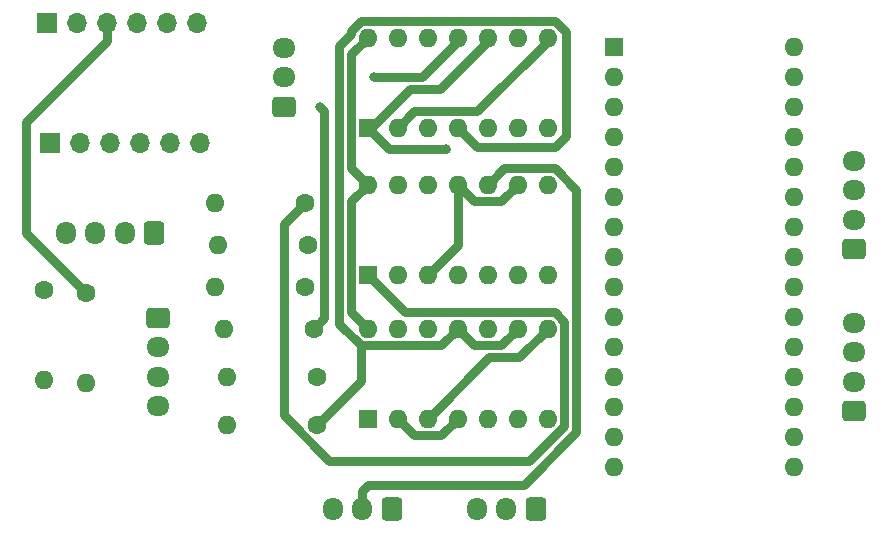
<source format=gbr>
%TF.GenerationSoftware,KiCad,Pcbnew,(7.0.0)*%
%TF.CreationDate,2023-07-11T22:52:13+02:00*%
%TF.ProjectId,newPCB,6e657750-4342-42e6-9b69-6361645f7063,rev?*%
%TF.SameCoordinates,Original*%
%TF.FileFunction,Copper,L2,Bot*%
%TF.FilePolarity,Positive*%
%FSLAX46Y46*%
G04 Gerber Fmt 4.6, Leading zero omitted, Abs format (unit mm)*
G04 Created by KiCad (PCBNEW (7.0.0)) date 2023-07-11 22:52:13*
%MOMM*%
%LPD*%
G01*
G04 APERTURE LIST*
G04 Aperture macros list*
%AMRoundRect*
0 Rectangle with rounded corners*
0 $1 Rounding radius*
0 $2 $3 $4 $5 $6 $7 $8 $9 X,Y pos of 4 corners*
0 Add a 4 corners polygon primitive as box body*
4,1,4,$2,$3,$4,$5,$6,$7,$8,$9,$2,$3,0*
0 Add four circle primitives for the rounded corners*
1,1,$1+$1,$2,$3*
1,1,$1+$1,$4,$5*
1,1,$1+$1,$6,$7*
1,1,$1+$1,$8,$9*
0 Add four rect primitives between the rounded corners*
20,1,$1+$1,$2,$3,$4,$5,0*
20,1,$1+$1,$4,$5,$6,$7,0*
20,1,$1+$1,$6,$7,$8,$9,0*
20,1,$1+$1,$8,$9,$2,$3,0*%
G04 Aperture macros list end*
%TA.AperFunction,ComponentPad*%
%ADD10RoundRect,0.250000X0.725000X-0.600000X0.725000X0.600000X-0.725000X0.600000X-0.725000X-0.600000X0*%
%TD*%
%TA.AperFunction,ComponentPad*%
%ADD11O,1.950000X1.700000*%
%TD*%
%TA.AperFunction,ComponentPad*%
%ADD12R,1.600000X1.600000*%
%TD*%
%TA.AperFunction,ComponentPad*%
%ADD13O,1.600000X1.600000*%
%TD*%
%TA.AperFunction,ComponentPad*%
%ADD14C,1.600000*%
%TD*%
%TA.AperFunction,ComponentPad*%
%ADD15R,1.700000X1.700000*%
%TD*%
%TA.AperFunction,ComponentPad*%
%ADD16O,1.700000X1.700000*%
%TD*%
%TA.AperFunction,ComponentPad*%
%ADD17RoundRect,0.250000X-0.725000X0.600000X-0.725000X-0.600000X0.725000X-0.600000X0.725000X0.600000X0*%
%TD*%
%TA.AperFunction,ComponentPad*%
%ADD18RoundRect,0.250000X0.600000X0.725000X-0.600000X0.725000X-0.600000X-0.725000X0.600000X-0.725000X0*%
%TD*%
%TA.AperFunction,ComponentPad*%
%ADD19O,1.700000X1.950000*%
%TD*%
%TA.AperFunction,ViaPad*%
%ADD20C,0.800000*%
%TD*%
%TA.AperFunction,Conductor*%
%ADD21C,0.800000*%
%TD*%
G04 APERTURE END LIST*
D10*
%TO.P,J9,1,Pin_1*%
%TO.N,Net-(A1-A0)*%
X213868000Y-108084000D03*
D11*
%TO.P,J9,2,Pin_2*%
%TO.N,Net-(A1-A1)*%
X213867999Y-105583999D03*
%TO.P,J9,3,Pin_3*%
%TO.N,Net-(A1-A2)*%
X213867999Y-103083999D03*
%TO.P,J9,4,Pin_4*%
%TO.N,Net-(A1-A3)*%
X213867999Y-100583999D03*
%TD*%
D10*
%TO.P,J1,1,Pin_1*%
%TO.N,Net-(A1-A4)*%
X213868000Y-94368000D03*
D11*
%TO.P,J1,2,Pin_2*%
%TO.N,Net-(A1-A5)*%
X213867999Y-91867999D03*
%TO.P,J1,3,Pin_3*%
%TO.N,Net-(A1-A6)*%
X213867999Y-89367999D03*
%TO.P,J1,4,Pin_4*%
%TO.N,Net-(A1-A7)*%
X213867999Y-86867999D03*
%TD*%
D12*
%TO.P,U1,1,in/out_A*%
%TO.N,5*%
X172719999Y-84063999D03*
D13*
%TO.P,U1,2,in/out_A*%
%TO.N,17*%
X175259999Y-84063999D03*
%TO.P,U1,3,in/out_B*%
%TO.N,4*%
X177799999Y-84063999D03*
%TO.P,U1,4,in/out_B*%
%TO.N,19*%
X180339999Y-84063999D03*
%TO.P,U1,5,Control_B*%
%TO.N,B*%
X182879999Y-84063999D03*
%TO.P,U1,6,Control_C*%
%TO.N,C*%
X185419999Y-84063999D03*
%TO.P,U1,7,Vss*%
%TO.N,11*%
X187959999Y-84063999D03*
%TO.P,U1,8,in/out_C*%
%TO.N,17*%
X187959999Y-76443999D03*
%TO.P,U1,9,in/out_C*%
%TO.N,4*%
X185419999Y-76443999D03*
%TO.P,U1,10,in/out_D*%
%TO.N,5*%
X182879999Y-76443999D03*
%TO.P,U1,11,in/out_D*%
%TO.N,4*%
X180339999Y-76443999D03*
%TO.P,U1,12,Control_D*%
%TO.N,D*%
X177799999Y-76443999D03*
%TO.P,U1,13,Control_A*%
%TO.N,A*%
X175259999Y-76443999D03*
%TO.P,U1,14,Vdd*%
%TO.N,+5V*%
X172719999Y-76443999D03*
%TD*%
D14*
%TO.P,R3,1*%
%TO.N,17*%
X168148000Y-101092000D03*
D13*
%TO.P,R3,2*%
%TO.N,11*%
X160527999Y-101091999D03*
%TD*%
D15*
%TO.P,J3,1,Pin_1*%
%TO.N,8*%
X145541999Y-75183999D03*
D16*
%TO.P,J3,2,Pin_2*%
%TO.N,13*%
X148081999Y-75183999D03*
%TO.P,J3,3,Pin_3*%
%TO.N,14*%
X150621999Y-75183999D03*
%TO.P,J3,4,Pin_4*%
%TO.N,11*%
X153161999Y-75183999D03*
%TO.P,J3,5*%
%TO.N,N/C*%
X155701999Y-75183999D03*
%TO.P,J3,6*%
X158241999Y-75183999D03*
%TD*%
D14*
%TO.P,R2,1*%
%TO.N,18*%
X168402000Y-105156000D03*
D13*
%TO.P,R2,2*%
%TO.N,11*%
X160781999Y-105155999D03*
%TD*%
D10*
%TO.P,J7,1,Pin_1*%
%TO.N,3*%
X165608000Y-82296000D03*
D11*
%TO.P,J7,2,Pin_2*%
%TO.N,4*%
X165607999Y-79795999D03*
%TO.P,J7,3,Pin_3*%
%TO.N,5*%
X165607999Y-77295999D03*
%TD*%
D17*
%TO.P,J5,1,Pin_1*%
%TO.N,14*%
X154940000Y-100156000D03*
D11*
%TO.P,J5,2,Pin_2*%
%TO.N,13*%
X154939999Y-102655999D03*
%TO.P,J5,3,Pin_3*%
%TO.N,8*%
X154939999Y-105155999D03*
%TO.P,J5,4,Pin_4*%
%TO.N,11*%
X154939999Y-107655999D03*
%TD*%
D14*
%TO.P,R4,1*%
%TO.N,5*%
X167386000Y-97536000D03*
D13*
%TO.P,R4,2*%
%TO.N,11*%
X159765999Y-97535999D03*
%TD*%
D14*
%TO.P,R7,1*%
%TO.N,14*%
X148844000Y-98044000D03*
D13*
%TO.P,R7,2*%
%TO.N,8*%
X148843999Y-105663999D03*
%TD*%
%TO.P,U2,14,Vdd*%
%TO.N,+5V*%
X172719999Y-88899999D03*
%TO.P,U2,13,Control_A*%
%TO.N,A'*%
X175259999Y-88899999D03*
%TO.P,U2,12,Control_D*%
%TO.N,D'*%
X177799999Y-88899999D03*
%TO.P,U2,11,in/out_D*%
%TO.N,3*%
X180339999Y-88899999D03*
%TO.P,U2,10,in/out_D*%
%TO.N,18*%
X182879999Y-88899999D03*
%TO.P,U2,9,in/out_C*%
%TO.N,3*%
X185419999Y-88899999D03*
%TO.P,U2,8,in/out_C*%
%TO.N,5*%
X187959999Y-88899999D03*
%TO.P,U2,7,Vss*%
%TO.N,11*%
X187959999Y-96519999D03*
%TO.P,U2,6,Control_C*%
%TO.N,C'*%
X185419999Y-96519999D03*
%TO.P,U2,5,Control_B*%
%TO.N,B'*%
X182879999Y-96519999D03*
%TO.P,U2,4,in/out_B*%
%TO.N,17*%
X180339999Y-96519999D03*
%TO.P,U2,3,in/out_B*%
%TO.N,3*%
X177799999Y-96519999D03*
%TO.P,U2,2,in/out_A*%
%TO.N,4*%
X175259999Y-96519999D03*
D12*
%TO.P,U2,1,in/out_A*%
%TO.N,3*%
X172719999Y-96519999D03*
%TD*%
%TO.P,A1,1,D1/TX*%
%TO.N,D*%
X193547999Y-77215999D03*
D13*
%TO.P,A1,2,D0/RX*%
%TO.N,A*%
X193547999Y-79755999D03*
%TO.P,A1,3,~{RESET}*%
%TO.N,unconnected-(A1-~{RESET}-Pad3)*%
X193547999Y-82295999D03*
%TO.P,A1,4,GND*%
%TO.N,11*%
X193547999Y-84835999D03*
%TO.P,A1,5,D2*%
%TO.N,C*%
X193547999Y-87375999D03*
%TO.P,A1,6,D3*%
%TO.N,B*%
X193547999Y-89915999D03*
%TO.P,A1,7,D4*%
%TO.N,D'*%
X193547999Y-92455999D03*
%TO.P,A1,8,D5*%
%TO.N,A'*%
X193547999Y-94995999D03*
%TO.P,A1,9,D6*%
%TO.N,C'*%
X193547999Y-97535999D03*
%TO.P,A1,10,D7*%
%TO.N,B'*%
X193547999Y-100075999D03*
%TO.P,A1,11,D8*%
%TO.N,D''*%
X193547999Y-102615999D03*
%TO.P,A1,12,D9*%
%TO.N,A''*%
X193547999Y-105155999D03*
%TO.P,A1,13,D10*%
%TO.N,C''*%
X193547999Y-107695999D03*
%TO.P,A1,14,D11*%
%TO.N,B''*%
X193547999Y-110235999D03*
%TO.P,A1,15,D12*%
%TO.N,20*%
X193547999Y-112775999D03*
%TO.P,A1,16,D13*%
%TO.N,2*%
X208787999Y-112775999D03*
%TO.P,A1,17,3V3*%
%TO.N,unconnected-(A1-3V3-Pad17)*%
X208787999Y-110235999D03*
%TO.P,A1,18,AREF*%
%TO.N,unconnected-(A1-AREF-Pad18)*%
X208787999Y-107695999D03*
%TO.P,A1,19,A0*%
%TO.N,Net-(A1-A0)*%
X208787999Y-105155999D03*
%TO.P,A1,20,A1*%
%TO.N,Net-(A1-A1)*%
X208787999Y-102615999D03*
%TO.P,A1,21,A2*%
%TO.N,Net-(A1-A2)*%
X208787999Y-100075999D03*
%TO.P,A1,22,A3*%
%TO.N,Net-(A1-A3)*%
X208787999Y-97535999D03*
%TO.P,A1,23,A4*%
%TO.N,Net-(A1-A4)*%
X208787999Y-94995999D03*
%TO.P,A1,24,A5*%
%TO.N,Net-(A1-A5)*%
X208787999Y-92455999D03*
%TO.P,A1,25,A6*%
%TO.N,Net-(A1-A6)*%
X208787999Y-89915999D03*
%TO.P,A1,26,A7*%
%TO.N,Net-(A1-A7)*%
X208787999Y-87375999D03*
%TO.P,A1,27,+5V*%
%TO.N,+5V*%
X208787999Y-84835999D03*
%TO.P,A1,28,~{RESET}*%
%TO.N,unconnected-(A1-~{RESET}-Pad28)*%
X208787999Y-82295999D03*
%TO.P,A1,29,GND*%
%TO.N,11*%
X208787999Y-79755999D03*
%TO.P,A1,30,VIN*%
%TO.N,unconnected-(A1-VIN-Pad30)*%
X208787999Y-77215999D03*
%TD*%
D14*
%TO.P,R6,1*%
%TO.N,3*%
X167386000Y-90424000D03*
D13*
%TO.P,R6,2*%
%TO.N,11*%
X159765999Y-90423999D03*
%TD*%
D14*
%TO.P,R1,1*%
%TO.N,19*%
X168402000Y-109220000D03*
D13*
%TO.P,R1,2*%
%TO.N,11*%
X160781999Y-109219999D03*
%TD*%
D18*
%TO.P,J4,1,Pin_1*%
%TO.N,3V3*%
X154626000Y-92981000D03*
D19*
%TO.P,J4,2,Pin_2*%
%TO.N,SDA2*%
X152125999Y-92980999D03*
%TO.P,J4,3,Pin_3*%
%TO.N,SCL2*%
X149625999Y-92980999D03*
%TO.P,J4,4,Pin_4*%
%TO.N,11*%
X147125999Y-92980999D03*
%TD*%
D14*
%TO.P,R5,1*%
%TO.N,4*%
X167640000Y-93980000D03*
D13*
%TO.P,R5,2*%
%TO.N,11*%
X160019999Y-93979999D03*
%TD*%
D15*
%TO.P,J2,1,Pin_1*%
%TO.N,SCL2*%
X145795999Y-85343999D03*
D16*
%TO.P,J2,2,Pin_2*%
%TO.N,SDA2*%
X148335999Y-85343999D03*
%TO.P,J2,3,Pin_3*%
%TO.N,3V3*%
X150875999Y-85343999D03*
%TO.P,J2,4,Pin_4*%
%TO.N,11*%
X153415999Y-85343999D03*
%TO.P,J2,5*%
%TO.N,N/C*%
X155955999Y-85343999D03*
%TO.P,J2,6*%
X158495999Y-85343999D03*
%TD*%
D12*
%TO.P,U3,1,in/out_A*%
%TO.N,5*%
X172719999Y-108711999D03*
D13*
%TO.P,U3,2,in/out_A*%
%TO.N,18*%
X175259999Y-108711999D03*
%TO.P,U3,3,in/out_B*%
%TO.N,17*%
X177799999Y-108711999D03*
%TO.P,U3,4,in/out_B*%
%TO.N,18*%
X180339999Y-108711999D03*
%TO.P,U3,5,Control_B*%
%TO.N,B''*%
X182879999Y-108711999D03*
%TO.P,U3,6,Control_C*%
%TO.N,C''*%
X185419999Y-108711999D03*
%TO.P,U3,7,Vss*%
%TO.N,11*%
X187959999Y-108711999D03*
%TO.P,U3,8,in/out_C*%
%TO.N,17*%
X187959999Y-101091999D03*
%TO.P,U3,9,in/out_C*%
%TO.N,19*%
X185419999Y-101091999D03*
%TO.P,U3,10,in/out_D*%
%TO.N,3*%
X182879999Y-101091999D03*
%TO.P,U3,11,in/out_D*%
%TO.N,19*%
X180339999Y-101091999D03*
%TO.P,U3,12,Control_D*%
%TO.N,D''*%
X177799999Y-101091999D03*
%TO.P,U3,13,Control_A*%
%TO.N,A''*%
X175259999Y-101091999D03*
%TO.P,U3,14,Vdd*%
%TO.N,+5V*%
X172719999Y-101091999D03*
%TD*%
D18*
%TO.P,J8,1,Pin_1*%
%TO.N,11*%
X186944000Y-116332000D03*
D19*
%TO.P,J8,2,Pin_2*%
%TO.N,2*%
X184443999Y-116331999D03*
%TO.P,J8,3,Pin_3*%
%TO.N,20*%
X181943999Y-116331999D03*
%TD*%
D14*
%TO.P,R8,1*%
%TO.N,14*%
X145288000Y-97790000D03*
D13*
%TO.P,R8,2*%
%TO.N,13*%
X145287999Y-105409999D03*
%TD*%
D18*
%TO.P,J6,1,Pin_1*%
%TO.N,17*%
X174752000Y-116332000D03*
D19*
%TO.P,J6,2,Pin_2*%
%TO.N,18*%
X172251999Y-116331999D03*
%TO.P,J6,3,Pin_3*%
%TO.N,19*%
X169751999Y-116331999D03*
%TD*%
D20*
%TO.N,17*%
X168656000Y-82296000D03*
%TO.N,4*%
X173228000Y-79756000D03*
%TO.N,5*%
X179324000Y-85852000D03*
%TD*%
D21*
%TO.N,14*%
X143764000Y-83566000D02*
X150622000Y-76708000D01*
X150622000Y-76708000D02*
X150622000Y-75184000D01*
X143764000Y-92964000D02*
X143764000Y-83566000D01*
X148844000Y-98044000D02*
X143764000Y-92964000D01*
%TO.N,+5V*%
X171320000Y-99692000D02*
X172720000Y-101092000D01*
X171320000Y-90300000D02*
X171320000Y-99692000D01*
X172720000Y-76444000D02*
X171320000Y-77844000D01*
X171320000Y-77844000D02*
X171320000Y-87500000D01*
X172720000Y-88900000D02*
X171320000Y-90300000D01*
X171320000Y-87500000D02*
X172720000Y-88900000D01*
%TO.N,17*%
X187960000Y-76444000D02*
X187960000Y-76708000D01*
X169040000Y-82680000D02*
X169040000Y-100200000D01*
X169040000Y-100200000D02*
X168148000Y-101092000D01*
X185560000Y-103492000D02*
X187960000Y-101092000D01*
X177800000Y-108712000D02*
X183020000Y-103492000D01*
X187960000Y-76708000D02*
X182004000Y-82664000D01*
X176660000Y-82664000D02*
X175260000Y-84064000D01*
X183020000Y-103492000D02*
X185560000Y-103492000D01*
X182004000Y-82664000D02*
X181476000Y-82664000D01*
X181476000Y-82664000D02*
X176660000Y-82664000D01*
X168656000Y-82296000D02*
X169040000Y-82680000D01*
%TO.N,18*%
X185928000Y-114300000D02*
X172759000Y-114300000D01*
X184280000Y-87500000D02*
X188539899Y-87500000D01*
X172252000Y-114807000D02*
X172252000Y-116332000D01*
X178940000Y-110112000D02*
X180340000Y-108712000D01*
X175260000Y-108712000D02*
X176660000Y-110112000D01*
X172759000Y-114300000D02*
X172252000Y-114807000D01*
X176660000Y-110112000D02*
X178940000Y-110112000D01*
X182880000Y-88900000D02*
X184280000Y-87500000D01*
X190360000Y-89320101D02*
X190360000Y-109868000D01*
X188539899Y-87500000D02*
X190360000Y-89320101D01*
X190360000Y-109868000D02*
X185928000Y-114300000D01*
%TO.N,19*%
X170320000Y-100671899D02*
X170320000Y-77128101D01*
X181740000Y-102492000D02*
X184020000Y-102492000D01*
X178940000Y-102492000D02*
X172140101Y-102492000D01*
X189484000Y-84783899D02*
X188539899Y-85728000D01*
X189484000Y-75988101D02*
X189484000Y-84783899D01*
X188539899Y-85728000D02*
X182004000Y-85728000D01*
X168402000Y-109220000D02*
X172140101Y-105481899D01*
X172140101Y-102492000D02*
X170320000Y-100671899D01*
X184020000Y-102492000D02*
X185420000Y-101092000D01*
X180340000Y-101092000D02*
X181740000Y-102492000D01*
X170320000Y-77128101D02*
X171320000Y-76128101D01*
X182004000Y-85728000D02*
X180340000Y-84064000D01*
X171320000Y-76128101D02*
X171320000Y-75864101D01*
X172140101Y-75044000D02*
X188539899Y-75044000D01*
X180340000Y-101092000D02*
X178940000Y-102492000D01*
X171320000Y-75864101D02*
X172140101Y-75044000D01*
X172140101Y-105481899D02*
X172140101Y-102492000D01*
X188539899Y-75044000D02*
X189484000Y-75988101D01*
%TO.N,3*%
X181740000Y-90300000D02*
X180340000Y-88900000D01*
X186383899Y-112268000D02*
X169470101Y-112268000D01*
X180340000Y-88900000D02*
X180340000Y-93980000D01*
X188539899Y-99692000D02*
X189360000Y-100512101D01*
X169470101Y-112268000D02*
X165608000Y-108405899D01*
X175892000Y-99692000D02*
X188539899Y-99692000D01*
X189360000Y-109291899D02*
X186383899Y-112268000D01*
X165608000Y-108405899D02*
X165608000Y-92202000D01*
X184020000Y-90300000D02*
X181740000Y-90300000D01*
X185420000Y-88900000D02*
X184020000Y-90300000D01*
X189360000Y-100512101D02*
X189360000Y-109291899D01*
X180340000Y-93980000D02*
X177800000Y-96520000D01*
X165608000Y-92202000D02*
X167386000Y-90424000D01*
X172720000Y-96520000D02*
X175892000Y-99692000D01*
%TO.N,4*%
X180340000Y-76444000D02*
X180340000Y-76708000D01*
X177292000Y-79756000D02*
X173228000Y-79756000D01*
X180340000Y-76708000D02*
X177292000Y-79756000D01*
%TO.N,5*%
X178831999Y-80756001D02*
X176291999Y-80756001D01*
X172984000Y-84064000D02*
X172720000Y-84064000D01*
X172720000Y-84064000D02*
X174508000Y-85852000D01*
X176291999Y-80756001D02*
X172984000Y-84064000D01*
X182880000Y-76444000D02*
X182880000Y-76708000D01*
X174508000Y-85852000D02*
X179324000Y-85852000D01*
X182880000Y-76708000D02*
X178831999Y-80756001D01*
%TD*%
M02*

</source>
